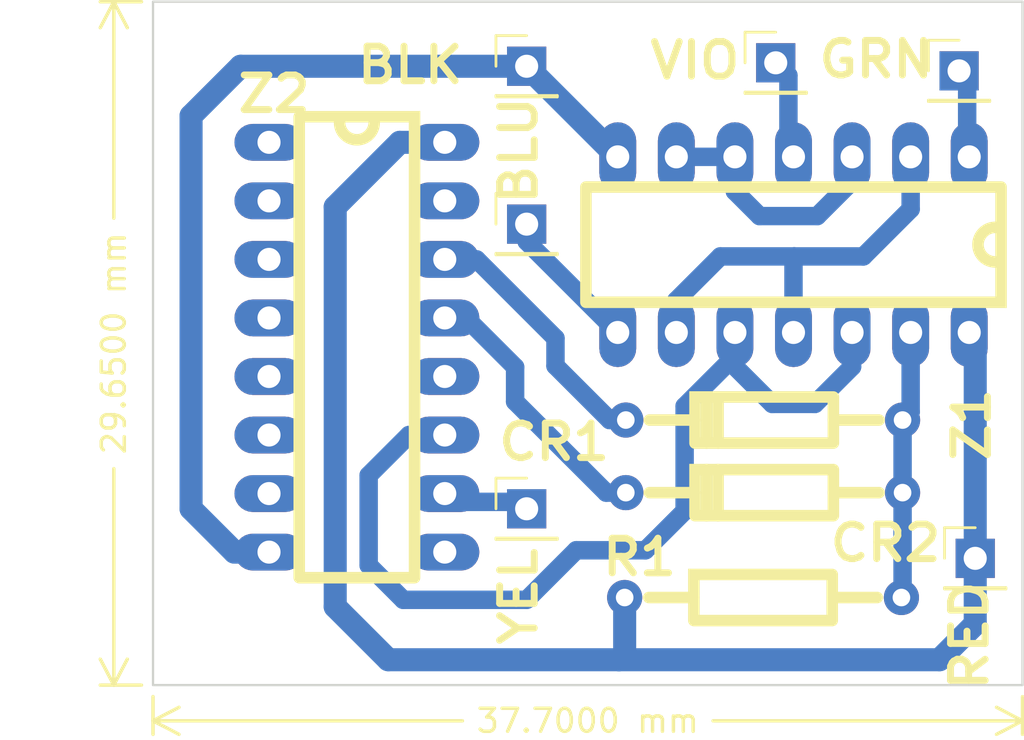
<source format=kicad_pcb>
(kicad_pcb (version 20221018) (generator pcbnew)
  (title_block (title "XRX") (date "2024-01-05") (rev "III") (company "RetroStack - Marcel Erz") (comment 2 "Original Design - Tandy RadioShack") (comment 4 "TRS-80 Cassette Interface Mod"))
  (layers (0 "F.Cu" signal) (31 "B.Cu" signal) (34 "B.Paste" user) (35 "F.Paste" user) (36 "B.SilkS" user "B.Silkscreen") (37 "F.SilkS" user "F.Silkscreen") (38 "B.Mask" user) (39 "F.Mask" user) (44 "Edge.Cuts" user))
  (net 0 "")
  (net 1 "Net-(CR1-K)")
  (net 2 "Net-(CR1-A)")
  (net 3 "Net-(CR2-K)")
  (net 4 "Net-(J1-Pin_1)")
  (net 5 "+5V")
  (net 6 "Net-(J3-Pin_1)")
  (net 7 "Net-(J4-Pin_1)")
  (net 8 "Net-(J5-Pin_1)")
  (net 9 "GND")
  (net 10 "Net-(Z1-Pad11)")
  (net 11 "Net-(Z1-Pad3)")
  (net 12 "Net-(Z2-Reset)")
  (footprint "Connector_PinHeader_2.54mm:PinHeader_1x01_P2.54mm_Vertical" (layer "F.Cu") (at 155.3 91.55)
    (fp_text reference "J3" hide)
    (fp_text value "GRN" (at -3.6 -0.5) (layer "F.SilkS") (effects (font (size 1.5 1.6) (thickness 0.3) bold)))
    (fp_line (start -1.33 -1.33) (end 0 -1.33) (stroke (width 0.12)) (layer "F.SilkS"))
    (fp_line (start -1.33 0) (end -1.33 -1.33) (stroke (width 0.12)) (layer "F.SilkS"))
    (fp_line (start -1.33 1.27) (end -1.33 1.33) (stroke (width 0.12)) (layer "F.SilkS"))
    (fp_line (start -1.33 1.27) (end 1.33 1.27) (stroke (width 0.12)) (layer "F.SilkS"))
    (fp_line (start -1.33 1.33) (end 1.33 1.33) (stroke (width 0.12)) (layer "F.SilkS"))
    (fp_line (start 1.33 1.27) (end 1.33 1.33) (stroke (width 0.12)) (layer "F.SilkS"))
    (pad "1" thru_hole rect (at 0 0) (size 1.7 1.7) (drill 1) (layers "*.Cu" "*.Mask") (net 6 "Net-(J3-Pin_1)"))
  )
  (footprint "RetroStackLibrary:TRS80_Model_I_D" (layer "F.Cu") (at 146.85 106.7)
    (fp_text reference "CR1" (at -6.55 0.95 unlocked) (layer "F.SilkS") (effects (font (size 1.5 1.6) (thickness 0.3) bold) (justify right)))
    (fp_text value "1N4148")
    (fp_line (start -3 0) (end -4.9784 0) (stroke (width 0.5)) (layer "F.SilkS"))
    (fp_line (start -2.5 -1) (end -2.5 1) (stroke (width 0.5)) (layer "F.SilkS"))
    (fp_line (start -2 -1) (end -2 1) (stroke (width 0.5)) (layer "F.SilkS"))
    (fp_line (start 3 0) (end 4.9784 0) (stroke (width 0.5)) (layer "F.SilkS"))
    (fp_rect (start -3 -1) (end 3 1) (stroke (width 0.5)) (fill none) (layer "F.SilkS"))
    (pad "1" thru_hole circle (at -6 0) (size 1.524 1.524) (drill 0.762) (layers "*.Cu" "*.Mask") (net 1 "Net-(CR1-K)"))
    (pad "2" thru_hole circle (at 6 0) (size 1.524 1.524) (drill 0.762) (layers "*.Cu" "*.Mask") (net 2 "Net-(CR1-A)"))
  )
  (footprint "Connector_PinHeader_2.54mm:PinHeader_1x01_P2.54mm_Vertical" (layer "F.Cu") (at 147.35 91.2)
    (fp_text reference "J4" hide)
    (fp_text value "VIO" (at -3.5 -0.1) (layer "F.SilkS") (effects (font (size 1.5 1.6) (thickness 0.3) bold)))
    (fp_line (start -1.33 -1.33) (end 0 -1.33) (stroke (width 0.12)) (layer "F.SilkS"))
    (fp_line (start -1.33 0) (end -1.33 -1.33) (stroke (width 0.12)) (layer "F.SilkS"))
    (fp_line (start -1.33 1.27) (end -1.33 1.33) (stroke (width 0.12)) (layer "F.SilkS"))
    (fp_line (start -1.33 1.27) (end 1.33 1.27) (stroke (width 0.12)) (layer "F.SilkS"))
    (fp_line (start -1.33 1.33) (end 1.33 1.33) (stroke (width 0.12)) (layer "F.SilkS"))
    (fp_line (start 1.33 1.27) (end 1.33 1.33) (stroke (width 0.12)) (layer "F.SilkS"))
    (pad "1" thru_hole rect (at 0 0) (size 1.7 1.7) (drill 1) (layers "*.Cu" "*.Mask") (net 7 "Net-(J4-Pin_1)"))
  )
  (footprint "RetroStackLibrary:TRS80_Model_I_DIP14" (layer "F.Cu") (at 148.12 99.09 180)
    (fp_text reference "Z1" (at -7.73 -7.81 90 unlocked) (layer "F.SilkS") (effects (font (size 1.5 1.6) (thickness 0.3) bold)))
    (fp_text value "4001")
    (fp_rect (start -9 -2.5) (end 9 2.5) (stroke (width 0.5)) (fill none) (layer "F.SilkS"))
    (fp_arc (start -8.75 -0.75) (mid -8 0) (end -8.75 0.75) (stroke (width 0.5)) (layer "F.SilkS"))
    (pad "1" thru_hole roundrect (at -7.62 3.81 180) (size 1.6 3) (drill 1) (layers "*.Cu" "*.Mask") (roundrect_rratio 0.5) (net 6 "Net-(J3-Pin_1)"))
    (pad "2" thru_hole roundrect (at -5.08 3.81 180) (size 1.6 3) (drill 1) (layers "*.Cu" "*.Mask") (roundrect_rratio 0.5) (net 10 "Net-(Z1-Pad11)"))
    (pad "3" thru_hole roundrect (at -2.54 3.81 180) (size 1.6 3) (drill 1) (layers "*.Cu" "*.Mask") (roundrect_rratio 0.5) (net 11 "Net-(Z1-Pad3)"))
    (pad "4" thru_hole roundrect (at 0 3.81 180) (size 1.6 3) (drill 1) (layers "*.Cu" "*.Mask") (roundrect_rratio 0.5) (net 7 "Net-(J4-Pin_1)"))
    (pad "5" thru_hole roundrect (at 2.54 3.81 180) (size 1.6 3) (drill 1) (layers "*.Cu" "*.Mask") (roundrect_rratio 0.5) (net 11 "Net-(Z1-Pad3)"))
    (pad "6" thru_hole roundrect (at 5.08 3.81 180) (size 1.6 3) (drill 1) (layers "*.Cu" "*.Mask") (roundrect_rratio 0.5) (net 11 "Net-(Z1-Pad3)"))
    (pad "7" thru_hole roundrect (at 7.62 3.81 180) (size 1.6 3) (drill 1) (layers "*.Cu" "*.Mask") (roundrect_rratio 0.5) (net 9 "GND"))
    (pad "8" thru_hole roundrect (at 7.62 -3.81 180) (size 1.6 3) (drill 1) (layers "*.Cu" "*.Mask") (roundrect_rratio 0.5) (net 8 "Net-(J5-Pin_1)"))
    (pad "9" thru_hole roundrect (at 5.08 -3.81 180) (size 1.6 3) (drill 1) (layers "*.Cu" "*.Mask") (roundrect_rratio 0.5) (net 10 "Net-(Z1-Pad11)"))
    (pad "10" thru_hole roundrect (at 2.54 -3.81 180) (size 1.6 3) (drill 1) (layers "*.Cu" "*.Mask") (roundrect_rratio 0.5) (net 12 "Net-(Z2-Reset)"))
    (pad "11" thru_hole roundrect (at 0 -3.81 180) (size 1.6 3) (drill 1) (layers "*.Cu" "*.Mask") (roundrect_rratio 0.5) (net 10 "Net-(Z1-Pad11)"))
    (pad "12" thru_hole roundrect (at -2.54 -3.81 180) (size 1.6 3) (drill 1) (layers "*.Cu" "*.Mask") (roundrect_rratio 0.5) (net 12 "Net-(Z2-Reset)"))
    (pad "13" thru_hole roundrect (at -5.08 -3.81 180) (size 1.6 3) (drill 1) (layers "*.Cu" "*.Mask") (roundrect_rratio 0.5) (net 2 "Net-(CR1-A)"))
    (pad "14" thru_hole roundrect (at -7.62 -3.81 180) (size 1.6 3) (drill 1) (layers "*.Cu" "*.Mask") (roundrect_rratio 0.5) (net 5 "+5V"))
  )
  (footprint "RetroStackLibrary:TRS80_Model_I_D" (layer "F.Cu") (at 146.85 109.85)
    (fp_text reference "CR2" (at 7.82 2.185 unlocked) (layer "F.SilkS") (effects (font (size 1.5 1.6) (thickness 0.3) bold) (justify right)))
    (fp_text value "1N4148")
    (fp_line (start -3 0) (end -4.9784 0) (stroke (width 0.5)) (layer "F.SilkS"))
    (fp_line (start -2.5 -1) (end -2.5 1) (stroke (width 0.5)) (layer "F.SilkS"))
    (fp_line (start -2 -1) (end -2 1) (stroke (width 0.5)) (layer "F.SilkS"))
    (fp_line (start 3 0) (end 4.9784 0) (stroke (width 0.5)) (layer "F.SilkS"))
    (fp_rect (start -3 -1) (end 3 1) (stroke (width 0.5)) (fill none) (layer "F.SilkS"))
    (pad "1" thru_hole circle (at -6 0) (size 1.524 1.524) (drill 0.762) (layers "*.Cu" "*.Mask") (net 3 "Net-(CR2-K)"))
    (pad "2" thru_hole circle (at 6 0) (size 1.524 1.524) (drill 0.762) (layers "*.Cu" "*.Mask") (net 2 "Net-(CR1-A)"))
  )
  (footprint "RetroStackLibrary:TRS80_Model_I_DIP16" (layer "F.Cu") (at 129.19 103.54 -90)
    (fp_text reference "Z2" (at -10.99 3.59 unlocked) (layer "F.SilkS") (effects (font (size 1.5 1.6) (thickness 0.3) bold)))
    (fp_text value "4040")
    (fp_rect (start -10 -2.5) (end 10 2.5) (stroke (width 0.5)) (fill none) (layer "F.SilkS"))
    (fp_arc (start -9.75 -0.75) (mid -9 0) (end -9.75 0.75) (stroke (width 0.5)) (layer "F.SilkS"))
    (pad "1" thru_hole roundrect (at -8.89 3.81 270) (size 1.6 3) (drill 1) (layers "*.Cu" "*.Mask") (roundrect_rratio 0.5))
    (pad "2" thru_hole roundrect (at -6.35 3.81 270) (size 1.6 3) (drill 1) (layers "*.Cu" "*.Mask") (roundrect_rratio 0.5))
    (pad "3" thru_hole roundrect (at -3.81 3.81 270) (size 1.6 3) (drill 1) (layers "*.Cu" "*.Mask") (roundrect_rratio 0.5))
    (pad "4" thru_hole roundrect (at -1.27 3.81 270) (size 1.6 3) (drill 1) (layers "*.Cu" "*.Mask") (roundrect_rratio 0.5))
    (pad "5" thru_hole roundrect (at 1.27 3.81 270) (size 1.6 3) (drill 1) (layers "*.Cu" "*.Mask") (roundrect_rratio 0.5))
    (pad "6" thru_hole roundrect (at 3.81 3.81 270) (size 1.6 3) (drill 1) (layers "*.Cu" "*.Mask") (roundrect_rratio 0.5))
    (pad "7" thru_hole roundrect (at 6.35 3.81 270) (size 1.6 3) (drill 1) (layers "*.Cu" "*.Mask") (roundrect_rratio 0.5))
    (pad "8" thru_hole roundrect (at 8.89 3.81 270) (size 1.6 3) (drill 1) (layers "*.Cu" "*.Mask") (roundrect_rratio 0.5) (net 9 "GND"))
    (pad "9" thru_hole roundrect (at 8.89 -3.81 270) (size 1.6 3) (drill 1) (layers "*.Cu" "*.Mask") (roundrect_rratio 0.5))
    (pad "10" thru_hole roundrect (at 6.35 -3.81 270) (size 1.6 3) (drill 1) (layers "*.Cu" "*.Mask") (roundrect_rratio 0.5) (net 4 "Net-(J1-Pin_1)"))
    (pad "11" thru_hole roundrect (at 3.81 -3.81 270) (size 1.6 3) (drill 1) (layers "*.Cu" "*.Mask") (roundrect_rratio 0.5) (net 12 "Net-(Z2-Reset)"))
    (pad "12" thru_hole roundrect (at 1.27 -3.81 270) (size 1.6 3) (drill 1) (layers "*.Cu" "*.Mask") (roundrect_rratio 0.5))
    (pad "13" thru_hole roundrect (at -1.27 -3.81 270) (size 1.6 3) (drill 1) (layers "*.Cu" "*.Mask") (roundrect_rratio 0.5) (net 3 "Net-(CR2-K)"))
    (pad "14" thru_hole roundrect (at -3.81 -3.81 270) (size 1.6 3) (drill 1) (layers "*.Cu" "*.Mask") (roundrect_rratio 0.5) (net 1 "Net-(CR1-K)"))
    (pad "15" thru_hole roundrect (at -6.35 -3.81 270) (size 1.6 3) (drill 1) (layers "*.Cu" "*.Mask") (roundrect_rratio 0.5))
    (pad "16" thru_hole roundrect (at -8.89 -3.81 270) (size 1.6 3) (drill 1) (layers "*.Cu" "*.Mask") (roundrect_rratio 0.5) (net 5 "+5V"))
  )
  (footprint "Connector_PinHeader_2.54mm:PinHeader_1x01_P2.54mm_Vertical" (layer "F.Cu") (at 136.55 91.35)
    (fp_text reference "J6" hide)
    (fp_text value "BLK" (at -5.05 -0.05) (layer "F.SilkS") (effects (font (size 1.5 1.6) (thickness 0.3) bold)))
    (fp_line (start -1.33 -1.33) (end 0 -1.33) (stroke (width 0.12)) (layer "F.SilkS"))
    (fp_line (start -1.33 0) (end -1.33 -1.33) (stroke (width 0.12)) (layer "F.SilkS"))
    (fp_line (start -1.33 1.27) (end -1.33 1.33) (stroke (width 0.12)) (layer "F.SilkS"))
    (fp_line (start -1.33 1.27) (end 1.33 1.27) (stroke (width 0.12)) (layer "F.SilkS"))
    (fp_line (start -1.33 1.33) (end 1.33 1.33) (stroke (width 0.12)) (layer "F.SilkS"))
    (fp_line (start 1.33 1.27) (end 1.33 1.33) (stroke (width 0.12)) (layer "F.SilkS"))
    (pad "1" thru_hole rect (at 0 0) (size 1.7 1.7) (drill 1) (layers "*.Cu" "*.Mask") (net 9 "GND"))
  )
  (footprint "Connector_PinHeader_2.54mm:PinHeader_1x01_P2.54mm_Vertical" (layer "F.Cu") (at 136.55 110.55)
    (fp_text reference "J1" hide)
    (fp_text value "YEL" (at -0.35 3.8 90) (layer "F.SilkS") (effects (font (size 1.5 1.6) (thickness 0.3) bold)))
    (fp_line (start -1.33 -1.33) (end 0 -1.33) (stroke (width 0.12)) (layer "F.SilkS"))
    (fp_line (start -1.33 0) (end -1.33 -1.33) (stroke (width 0.12)) (layer "F.SilkS"))
    (fp_line (start -1.33 1.27) (end -1.33 1.33) (stroke (width 0.12)) (layer "F.SilkS"))
    (fp_line (start -1.33 1.27) (end 1.33 1.27) (stroke (width 0.12)) (layer "F.SilkS"))
    (fp_line (start -1.33 1.33) (end 1.33 1.33) (stroke (width 0.12)) (layer "F.SilkS"))
    (fp_line (start 1.33 1.27) (end 1.33 1.33) (stroke (width 0.12)) (layer "F.SilkS"))
    (pad "1" thru_hole rect (at 0 0) (size 1.7 1.7) (drill 1) (layers "*.Cu" "*.Mask") (net 4 "Net-(J1-Pin_1)"))
  )
  (footprint "RetroStackLibrary:TRS80_Model_I_R_0.25W" (layer "F.Cu") (at 146.8 114.4)
    (fp_text reference "R1" (at -3.6 -1.75 unlocked) (layer "F.SilkS") (effects (font (size 1.5 1.6) (thickness 0.3) bold) (justify right)))
    (fp_text value "10k")
    (fp_line (start -3 0) (end -4.953 0) (stroke (width 0.5)) (layer "F.SilkS"))
    (fp_line (start 3 0) (end 4.953 0) (stroke (width 0.5)) (layer "F.SilkS"))
    (fp_rect (start -3 -1) (end 3 1) (stroke (width 0.5)) (fill none) (layer "F.SilkS"))
    (pad "1" thru_hole circle (at -6 0) (size 1.524 1.524) (drill 0.762) (layers "*.Cu" "*.Mask") (net 5 "+5V"))
    (pad "2" thru_hole circle (at 6 0) (size 1.524 1.524) (drill 0.762) (layers "*.Cu" "*.Mask") (net 2 "Net-(CR1-A)"))
  )
  (footprint "Connector_PinHeader_2.54mm:PinHeader_1x01_P2.54mm_Vertical" (layer "F.Cu") (at 156 112.7)
    (fp_text reference "J2" hide)
    (fp_text value "RED" (at -0.25 3.35 90) (layer "F.SilkS") (effects (font (size 1.5 1.6) (thickness 0.3) bold)))
    (fp_line (start -1.33 -1.33) (end 0 -1.33) (stroke (width 0.12)) (layer "F.SilkS"))
    (fp_line (start -1.33 0) (end -1.33 -1.33) (stroke (width 0.12)) (layer "F.SilkS"))
    (fp_line (start -1.33 1.27) (end -1.33 1.33) (stroke (width 0.12)) (layer "F.SilkS"))
    (fp_line (start -1.33 1.27) (end 1.33 1.27) (stroke (width 0.12)) (layer "F.SilkS"))
    (fp_line (start -1.33 1.33) (end 1.33 1.33) (stroke (width 0.12)) (layer "F.SilkS"))
    (fp_line (start 1.33 1.27) (end 1.33 1.33) (stroke (width 0.12)) (layer "F.SilkS"))
    (pad "1" thru_hole rect (at 0 0) (size 1.7 1.7) (drill 1) (layers "*.Cu" "*.Mask") (net 5 "+5V"))
  )
  (footprint "Connector_PinHeader_2.54mm:PinHeader_1x01_P2.54mm_Vertical" (layer "F.Cu") (at 136.55 98.2)
    (fp_text reference "J5" hide)
    (fp_text value "BLU" (at -0.35 -3.2 90) (layer "F.SilkS") (effects (font (size 1.5 1.6) (thickness 0.3) bold)))
    (fp_line (start -1.33 -1.33) (end 0 -1.33) (stroke (width 0.12)) (layer "F.SilkS"))
    (fp_line (start -1.33 0) (end -1.33 -1.33) (stroke (width 0.12)) (layer "F.SilkS"))
    (fp_line (start -1.33 1.27) (end -1.33 1.33) (stroke (width 0.12)) (layer "F.SilkS"))
    (fp_line (start -1.33 1.27) (end 1.33 1.27) (stroke (width 0.12)) (layer "F.SilkS"))
    (fp_line (start -1.33 1.33) (end 1.33 1.33) (stroke (width 0.12)) (layer "F.SilkS"))
    (fp_line (start 1.33 1.27) (end 1.33 1.33) (stroke (width 0.12)) (layer "F.SilkS"))
    (pad "1" thru_hole rect (at 0 0) (size 1.7 1.7) (drill 1) (layers "*.Cu" "*.Mask") (net 8 "Net-(J5-Pin_1)"))
  )
  (gr_rect (start 120.35 88.55) (end 158.05 118.2) (stroke (width 0.1)) (fill none) (layer "Edge.Cuts"))
  (dimension (type aligned) (layer "F.SilkS") (pts (xy 120.35 88.55) (xy 120.35 118.2)) (height 1.7) (gr_text "29.6500 mm" (at 118.65 103.375 90) (layer "F.SilkS") (effects (font (size 1 1) (thickness 0.15)))) (format (prefix "") (suffix "") (units 3) (units_format 1) (precision 4)) (style (thickness 0.15) (arrow_length 1.27) (text_position_mode 1) (extension_height 0.58642) (extension_offset 0.5) keep_text_aligned))
  (dimension (type aligned) (layer "F.SilkS") (pts (xy 120.35 118.2) (xy 158.05 118.2)) (height 1.55) (gr_text "37.7000 mm" (at 139.2 119.75) (layer "F.SilkS") (effects (font (size 1 1) (thickness 0.15)))) (format (prefix "") (suffix "") (units 3) (units_format 1) (precision 4)) (style (thickness 0.15) (arrow_length 1.27) (text_position_mode 1) (extension_height 0.58642) (extension_offset 0.5) keep_text_aligned))
  (segment (start 133 99.73) (end 134.38 99.73) (width 0.8) (layer "B.Cu") (net 1))
  (segment (start 137.8 103.15) (end 137.8 104.35) (width 0.8) (layer "B.Cu") (net 1))
  (segment (start 140.15 106.7) (end 140.85 106.7) (width 0.8) (layer "B.Cu") (net 1))
  (segment (start 137.8 104.35) (end 140.15 106.7) (width 0.8) (layer "B.Cu") (net 1))
  (segment (start 134.38 99.73) (end 137.8 103.15) (width 0.8) (layer "B.Cu") (net 1))
  (segment (start 152.85 114.35) (end 152.8 114.4) (width 0.8) (layer "B.Cu") (net 2))
  (segment (start 153.2 102.9) (end 153.2 106.35) (width 0.8) (layer "B.Cu") (net 2))
  (segment (start 153.2 106.35) (end 152.85 106.7) (width 0.8) (layer "B.Cu") (net 2))
  (segment (start 152.85 109.85) (end 152.85 114.35) (width 0.8) (layer "B.Cu") (net 2))
  (segment (start 152.85 106.7) (end 152.85 109.85) (width 0.8) (layer "B.Cu") (net 2))
  (segment (start 140 109.85) (end 140.85 109.85) (width 0.8) (layer "B.Cu") (net 3))
  (segment (start 136.05 104.4) (end 136.05 105.9) (width 0.8) (layer "B.Cu") (net 3))
  (segment (start 133.92 102.27) (end 136.05 104.4) (width 0.8) (layer "B.Cu") (net 3))
  (segment (start 136.05 105.9) (end 140 109.85) (width 0.8) (layer "B.Cu") (net 3))
  (segment (start 133 102.27) (end 133.92 102.27) (width 0.8) (layer "B.Cu") (net 3))
  (segment (start 136.25 110.25) (end 136.55 110.55) (width 0.8) (layer "B.Cu") (net 4))
  (segment (start 133 109.89) (end 133.36 110.25) (width 0.8) (layer "B.Cu") (net 4))
  (segment (start 133.36 110.25) (end 136.25 110.25) (width 0.8) (layer "B.Cu") (net 4))
  (segment (start 140.8 116.85) (end 140.55 117.1) (width 1) (layer "B.Cu") (net 5))
  (segment (start 140.8 114.4) (end 140.8 116.85) (width 1) (layer "B.Cu") (net 5))
  (segment (start 130.55 117.1) (end 140.55 117.1) (width 1) (layer "B.Cu") (net 5))
  (segment (start 156 112.7) (end 156 103.16) (width 1) (layer "B.Cu") (net 5))
  (segment (start 128.25 97.45) (end 128.25 114.8) (width 1) (layer "B.Cu") (net 5))
  (segment (start 131.05 94.65) (end 128.25 97.45) (width 1) (layer "B.Cu") (net 5))
  (segment (start 128.25 114.8) (end 130.55 117.1) (width 1) (layer "B.Cu") (net 5))
  (segment (start 154.45 117.1) (end 156 115.55) (width 1) (layer "B.Cu") (net 5))
  (segment (start 156 103.16) (end 155.74 102.9) (width 1) (layer "B.Cu") (net 5))
  (segment (start 140.55 117.1) (end 154.45 117.1) (width 1) (layer "B.Cu") (net 5))
  (segment (start 133 94.65) (end 131.05 94.65) (width 1) (layer "B.Cu") (net 5))
  (segment (start 156 115.55) (end 156 112.7) (width 1) (layer "B.Cu") (net 5))
  (segment (start 155.65 95.19) (end 155.74 95.28) (width 0.8) (layer "B.Cu") (net 6))
  (segment (start 155.65 91.9) (end 155.65 95.19) (width 0.8) (layer "B.Cu") (net 6))
  (segment (start 155.3 91.55) (end 155.65 91.9) (width 0.8) (layer "B.Cu") (net 6))
  (segment (start 147.35 91.2) (end 147.9 91.75) (width 0.8) (layer "B.Cu") (net 7))
  (segment (start 147.9 95.06) (end 148.12 95.28) (width 0.8) (layer "B.Cu") (net 7))
  (segment (start 147.9 91.75) (end 147.9 95.06) (width 0.8) (layer "B.Cu") (net 7))
  (segment (start 136.55 98.2) (end 136.55 98.95) (width 0.8) (layer "B.Cu") (net 8))
  (segment (start 136.55 98.95) (end 140.5 102.9) (width 0.8) (layer "B.Cu") (net 8))
  (segment (start 123.88 112.43) (end 125.38 112.43) (width 1) (layer "B.Cu") (net 9))
  (segment (start 122 110.55) (end 123.88 112.43) (width 1) (layer "B.Cu") (net 9))
  (segment (start 124.15 91.35) (end 122 93.5) (width 1) (layer "B.Cu") (net 9))
  (segment (start 140.48 95.28) (end 136.55 91.35) (width 1) (layer "B.Cu") (net 9))
  (segment (start 140.5 95.28) (end 140.48 95.28) (width 1) (layer "B.Cu") (net 9))
  (segment (start 136.55 91.35) (end 124.15 91.35) (width 1) (layer "B.Cu") (net 9))
  (segment (start 122 93.5) (end 122 110.55) (width 1) (layer "B.Cu") (net 9))
  (segment (start 148.12 99.63) (end 148.15 99.6) (width 0.8) (layer "B.Cu") (net 10))
  (segment (start 148.15 99.6) (end 144.95 99.6) (width 0.8) (layer "B.Cu") (net 10))
  (segment (start 144.95 99.6) (end 143.04 101.51) (width 0.8) (layer "B.Cu") (net 10))
  (segment (start 148.12 102.9) (end 148.12 99.63) (width 0.8) (layer "B.Cu") (net 10))
  (segment (start 143.04 101.51) (end 143.04 102.9) (width 0.8) (layer "B.Cu") (net 10))
  (segment (start 153.2 97.55) (end 151.15 99.6) (width 0.8) (layer "B.Cu") (net 10))
  (segment (start 153.2 95.28) (end 153.2 97.55) (width 0.8) (layer "B.Cu") (net 10))
  (segment (start 151.15 99.6) (end 148.15 99.6) (width 0.8) (layer "B.Cu") (net 10))
  (segment (start 150.66 96.34) (end 150.66 95.28) (width 0.8) (layer "B.Cu") (net 11))
  (segment (start 146.65 97.85) (end 149.15 97.85) (width 0.8) (layer "B.Cu") (net 11))
  (segment (start 145.58 95.28) (end 143.04 95.28) (width 0.8) (layer "B.Cu") (net 11))
  (segment (start 145.58 95.28) (end 145.58 96.78) (width 0.8) (layer "B.Cu") (net 11))
  (segment (start 149.15 97.85) (end 150.66 96.34) (width 0.8) (layer "B.Cu") (net 11))
  (segment (start 145.58 96.78) (end 146.65 97.85) (width 0.8) (layer "B.Cu") (net 11))
  (segment (start 129.7 109.1) (end 129.7 113) (width 0.8) (layer "B.Cu") (net 12))
  (segment (start 143.4 106.1) (end 145.58 103.92) (width 0.8) (layer "B.Cu") (net 12))
  (segment (start 150.66 104.39) (end 150.66 102.9) (width 0.8) (layer "B.Cu") (net 12))
  (segment (start 143.4 110.65) (end 143.4 106.1) (width 0.8) (layer "B.Cu") (net 12))
  (segment (start 145.58 102.9) (end 145.58 104.38) (width 0.8) (layer "B.Cu") (net 12))
  (segment (start 129.7 113) (end 131.2 114.5) (width 0.8) (layer "B.Cu") (net 12))
  (segment (start 133 107.35) (end 131.45 107.35) (width 0.8) (layer "B.Cu") (net 12))
  (segment (start 145.58 103.92) (end 145.58 102.9) (width 0.8) (layer "B.Cu") (net 12))
  (segment (start 141.7 112.35) (end 143.4 110.65) (width 0.8) (layer "B.Cu") (net 12))
  (segment (start 131.2 114.5) (end 136.55 114.5) (width 0.8) (layer "B.Cu") (net 12))
  (segment (start 145.58 104.38) (end 147.2 106) (width 0.8) (layer "B.Cu") (net 12))
  (segment (start 138.7 112.35) (end 141.7 112.35) (width 0.8) (layer "B.Cu") (net 12))
  (segment (start 149.05 106) (end 150.66 104.39) (width 0.8) (layer "B.Cu") (net 12))
  (segment (start 147.2 106) (end 149.05 106) (width 0.8) (layer "B.Cu") (net 12))
  (segment (start 136.55 114.5) (end 138.7 112.35) (width 0.8) (layer "B.Cu") (net 12))
  (segment (start 131.45 107.35) (end 129.7 109.1) (width 0.8) (layer "B.Cu") (net 12))
)
</source>
